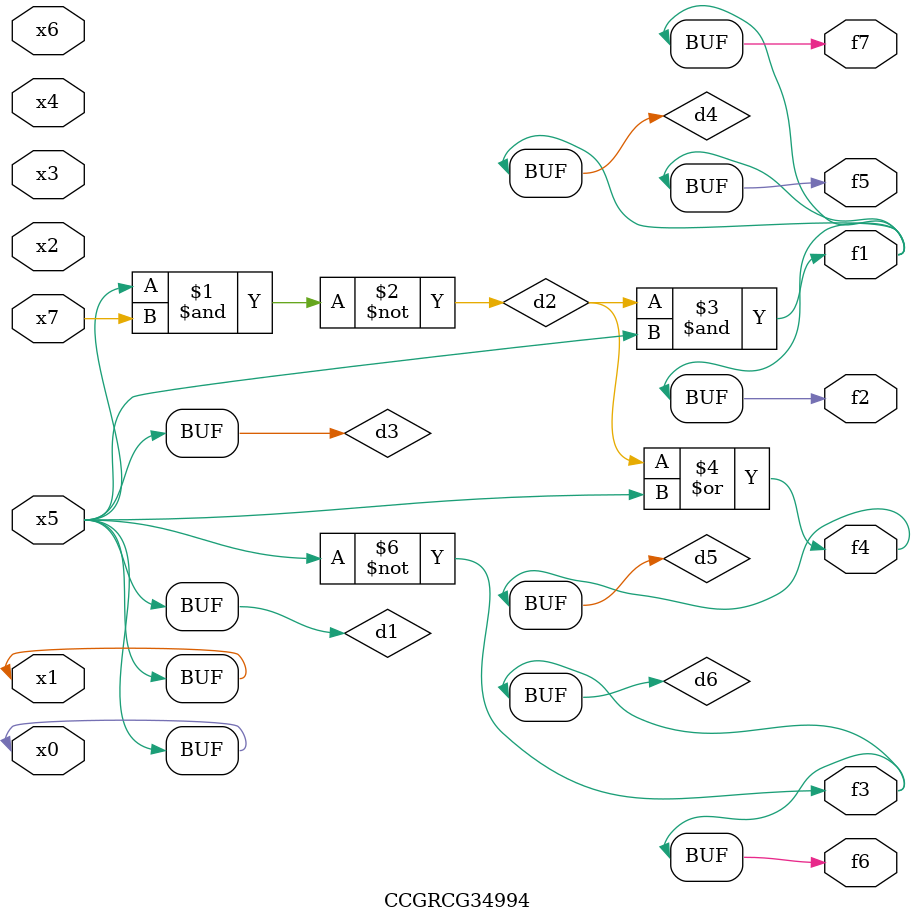
<source format=v>
module CCGRCG34994(
	input x0, x1, x2, x3, x4, x5, x6, x7,
	output f1, f2, f3, f4, f5, f6, f7
);

	wire d1, d2, d3, d4, d5, d6;

	buf (d1, x0, x5);
	nand (d2, x5, x7);
	buf (d3, x0, x1);
	and (d4, d2, d3);
	or (d5, d2, d3);
	nor (d6, d1, d3);
	assign f1 = d4;
	assign f2 = d4;
	assign f3 = d6;
	assign f4 = d5;
	assign f5 = d4;
	assign f6 = d6;
	assign f7 = d4;
endmodule

</source>
